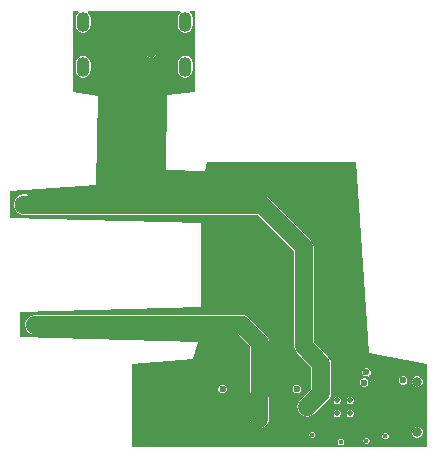
<source format=gbr>
G04*
G04 #@! TF.GenerationSoftware,Altium Limited,Altium Designer,23.10.1 (27)*
G04*
G04 Layer_Physical_Order=2*
G04 Layer_Color=36540*
%FSLAX44Y44*%
%MOMM*%
G71*
G04*
G04 #@! TF.SameCoordinates,EE71AB0A-04B5-4847-A965-A32D4C1E190E*
G04*
G04*
G04 #@! TF.FilePolarity,Positive*
G04*
G01*
G75*
%ADD11C,0.1000*%
%ADD14C,0.2540*%
%ADD27C,1.6000*%
%ADD28C,1.5240*%
G04:AMPARAMS|DCode=38|XSize=1.1mm|YSize=1.7mm|CornerRadius=0.55mm|HoleSize=0mm|Usage=FLASHONLY|Rotation=180.000|XOffset=0mm|YOffset=0mm|HoleType=Round|Shape=RoundedRectangle|*
%AMROUNDEDRECTD38*
21,1,1.1000,0.6000,0,0,180.0*
21,1,0.0000,1.7000,0,0,180.0*
1,1,1.1000,0.0000,0.3000*
1,1,1.1000,0.0000,0.3000*
1,1,1.1000,0.0000,-0.3000*
1,1,1.1000,0.0000,-0.3000*
%
%ADD38ROUNDEDRECTD38*%
%ADD48C,0.8000*%
%ADD49C,0.6000*%
%ADD50C,0.4000*%
%ADD51C,0.5000*%
%ADD52C,1.5000*%
%ADD53C,1.0000*%
G36*
X2130700Y300400D02*
X2107567Y298191D01*
X2106243Y234738D01*
X2139171Y233684D01*
X2141055Y241373D01*
X2267565D01*
X2278683Y79420D01*
X2327831Y70064D01*
Y63D01*
X2077647D01*
Y70064D01*
X2129200Y74337D01*
X2133288Y89112D01*
X1982541Y93155D01*
Y114616D01*
X2136579Y119092D01*
X2136579Y189654D01*
X1974836Y194129D01*
Y216750D01*
X2047425Y221925D01*
X2049241Y297010D01*
X2027400Y300400D01*
Y369300D01*
X2032274D01*
X2032659Y368030D01*
X2032066Y367634D01*
X2030707Y365600D01*
X2030229Y363200D01*
Y357200D01*
X2030707Y354800D01*
X2032066Y352766D01*
X2034100Y351407D01*
X2036500Y350929D01*
X2038900Y351407D01*
X2040934Y352766D01*
X2042293Y354800D01*
X2042771Y357200D01*
Y363200D01*
X2042293Y365600D01*
X2040934Y367634D01*
X2040341Y368030D01*
X2040726Y369300D01*
X2118674D01*
X2119059Y368030D01*
X2118466Y367634D01*
X2117107Y365600D01*
X2116629Y363200D01*
Y357200D01*
X2117107Y354800D01*
X2118466Y352766D01*
X2120500Y351407D01*
X2122900Y350929D01*
X2125300Y351407D01*
X2127334Y352766D01*
X2128693Y354800D01*
X2129171Y357200D01*
Y363200D01*
X2128693Y365600D01*
X2127334Y367634D01*
X2126741Y368030D01*
X2127126Y369300D01*
X2130700D01*
Y300400D01*
D02*
G37*
%LPC*%
G36*
X2095270Y337304D02*
Y334770D01*
X2097803D01*
X2097391Y335766D01*
X2096266Y336891D01*
X2095270Y337304D01*
D02*
G37*
G36*
X2092730D02*
X2091734Y336891D01*
X2090609Y335766D01*
X2090197Y334770D01*
X2092730D01*
Y337304D01*
D02*
G37*
G36*
X2097803Y332230D02*
X2095270D01*
Y329697D01*
X2096266Y330109D01*
X2097391Y331234D01*
X2097803Y332230D01*
D02*
G37*
G36*
X2092730D02*
X2090197D01*
X2090609Y331234D01*
X2091734Y330109D01*
X2092730Y329697D01*
Y332230D01*
D02*
G37*
G36*
X2122900Y331470D02*
X2120500Y330993D01*
X2118466Y329634D01*
X2117107Y327600D01*
X2116629Y325200D01*
Y319200D01*
X2117107Y316800D01*
X2118466Y314766D01*
X2120500Y313407D01*
X2122900Y312929D01*
X2125300Y313407D01*
X2127334Y314766D01*
X2128693Y316800D01*
X2129171Y319200D01*
Y325200D01*
X2128693Y327600D01*
X2127334Y329634D01*
X2125300Y330993D01*
X2122900Y331470D01*
D02*
G37*
G36*
X2036500D02*
X2034100Y330993D01*
X2032066Y329634D01*
X2030707Y327600D01*
X2030229Y325200D01*
Y319200D01*
X2030707Y316800D01*
X2032066Y314766D01*
X2034100Y313407D01*
X2036500Y312929D01*
X2038900Y313407D01*
X2040934Y314766D01*
X2042293Y316800D01*
X2042771Y319200D01*
Y325200D01*
X2042293Y327600D01*
X2040934Y329634D01*
X2038900Y330993D01*
X2036500Y331470D01*
D02*
G37*
G36*
X2282640Y60970D02*
Y59519D01*
X2284091D01*
X2283913Y59948D01*
X2283069Y60792D01*
X2282640Y60970D01*
D02*
G37*
G36*
X2277026Y67150D02*
X2275574D01*
X2274232Y66594D01*
X2273206Y65568D01*
X2272650Y64226D01*
Y62774D01*
X2273206Y61432D01*
X2274232Y60406D01*
X2275574Y59850D01*
X2277026D01*
X2277491Y60043D01*
X2278016Y59519D01*
X2280100D01*
Y61784D01*
X2279704Y62180D01*
X2279950Y62774D01*
Y64226D01*
X2279394Y65568D01*
X2278368Y66594D01*
X2277026Y67150D01*
D02*
G37*
G36*
X2284091Y56979D02*
X2282640D01*
Y55527D01*
X2283069Y55705D01*
X2283913Y56549D01*
X2284091Y56979D01*
D02*
G37*
G36*
X2280100D02*
X2278649D01*
X2278827Y56549D01*
X2279671Y55705D01*
X2280100Y55527D01*
Y56979D01*
D02*
G37*
G36*
X2308026Y60150D02*
X2306574D01*
X2305232Y59594D01*
X2304206Y58568D01*
X2303650Y57226D01*
Y55774D01*
X2304206Y54433D01*
X2305232Y53406D01*
X2306574Y52850D01*
X2308026D01*
X2309368Y53406D01*
X2310394Y54433D01*
X2310950Y55774D01*
Y57226D01*
X2310394Y58568D01*
X2309368Y59594D01*
X2308026Y60150D01*
D02*
G37*
G36*
X2320225D02*
X2318375D01*
X2316666Y59442D01*
X2315358Y58134D01*
X2314650Y56425D01*
Y54575D01*
X2315358Y52866D01*
X2316666Y51558D01*
X2318375Y50850D01*
X2320225D01*
X2321934Y51558D01*
X2323242Y52866D01*
X2323950Y54575D01*
Y56425D01*
X2323242Y58134D01*
X2321934Y59442D01*
X2320225Y60150D01*
D02*
G37*
G36*
X2275026Y58150D02*
X2273574D01*
X2272232Y57594D01*
X2271206Y56568D01*
X2270650Y55226D01*
Y53774D01*
X2271206Y52432D01*
X2272232Y51406D01*
X2273574Y50850D01*
X2275026D01*
X2276368Y51406D01*
X2277394Y52432D01*
X2277950Y53774D01*
Y55226D01*
X2277394Y56568D01*
X2276368Y57594D01*
X2275026Y58150D01*
D02*
G37*
G36*
X2218136Y52870D02*
X2216684D01*
X2215342Y52314D01*
X2214316Y51288D01*
X2213760Y49946D01*
Y48494D01*
X2214316Y47153D01*
X2215342Y46126D01*
X2216684Y45570D01*
X2218136D01*
X2219478Y46126D01*
X2220504Y47153D01*
X2221060Y48494D01*
Y49946D01*
X2220504Y51288D01*
X2219478Y52314D01*
X2218136Y52870D01*
D02*
G37*
G36*
X2155136D02*
X2153684D01*
X2152342Y52314D01*
X2151316Y51288D01*
X2150760Y49946D01*
Y48494D01*
X2151316Y47153D01*
X2152342Y46126D01*
X2153684Y45570D01*
X2155136D01*
X2156478Y46126D01*
X2157504Y47153D01*
X2158060Y48494D01*
Y49946D01*
X2157504Y51288D01*
X2156478Y52314D01*
X2155136Y52870D01*
D02*
G37*
G36*
X2263157Y42680D02*
X2261903D01*
X2260746Y42200D01*
X2259859Y41314D01*
X2259380Y40157D01*
Y38903D01*
X2259859Y37746D01*
X2260746Y36860D01*
X2261903Y36380D01*
X2263157D01*
X2264314Y36860D01*
X2265200Y37746D01*
X2265680Y38903D01*
Y40157D01*
X2265200Y41314D01*
X2264314Y42200D01*
X2263157Y42680D01*
D02*
G37*
G36*
X2252157D02*
X2250903D01*
X2249746Y42200D01*
X2248860Y41314D01*
X2248380Y40157D01*
Y38903D01*
X2248860Y37746D01*
X2249746Y36860D01*
X2250903Y36380D01*
X2252157D01*
X2253314Y36860D01*
X2254200Y37746D01*
X2254680Y38903D01*
Y40157D01*
X2254200Y41314D01*
X2253314Y42200D01*
X2252157Y42680D01*
D02*
G37*
G36*
X1987639Y214050D02*
X1985361D01*
X1983161Y213461D01*
X1981189Y212322D01*
X1979578Y210711D01*
X1978439Y208739D01*
X1977850Y206539D01*
Y204261D01*
X1978439Y202061D01*
X1979578Y200089D01*
X1981189Y198478D01*
X1983161Y197339D01*
X1985361Y196750D01*
X1985806D01*
X1987100Y196580D01*
X2184295D01*
X2215180Y165695D01*
Y85300D01*
X2215180Y85300D01*
X2215460Y83172D01*
X2216281Y81190D01*
X2217587Y79487D01*
X2229680Y67395D01*
Y49263D01*
X2220287Y39871D01*
X2218981Y38168D01*
X2218160Y36185D01*
X2217880Y34058D01*
X2218160Y31930D01*
X2218981Y29948D01*
X2220287Y28245D01*
X2221990Y26939D01*
X2223972Y26118D01*
X2226100Y25838D01*
X2228228Y26118D01*
X2230210Y26939D01*
X2231913Y28245D01*
X2243713Y40045D01*
X2243713Y40045D01*
X2245019Y41748D01*
X2245840Y43730D01*
X2246120Y45858D01*
X2246120Y45858D01*
Y70800D01*
X2245840Y72928D01*
X2245019Y74910D01*
X2243713Y76613D01*
X2243713Y76613D01*
X2231620Y88705D01*
Y169100D01*
X2231620Y169100D01*
X2231340Y171228D01*
X2230519Y173210D01*
X2229213Y174913D01*
X2229213Y174913D01*
X2193513Y210613D01*
X2191810Y211919D01*
X2189828Y212740D01*
X2187700Y213020D01*
X2187700Y213020D01*
X1990601D01*
X1989839Y213461D01*
X1987639Y214050D01*
D02*
G37*
G36*
X2263157Y31680D02*
X2261903D01*
X2260746Y31200D01*
X2259859Y30314D01*
X2259380Y29157D01*
Y27903D01*
X2259859Y26746D01*
X2260746Y25859D01*
X2261903Y25380D01*
X2263157D01*
X2264314Y25859D01*
X2265200Y26746D01*
X2265680Y27903D01*
Y29157D01*
X2265200Y30314D01*
X2264314Y31200D01*
X2263157Y31680D01*
D02*
G37*
G36*
X2252157D02*
X2250903D01*
X2249746Y31200D01*
X2248860Y30314D01*
X2248380Y29157D01*
Y27903D01*
X2248860Y26746D01*
X2249746Y25859D01*
X2250903Y25380D01*
X2252157D01*
X2253314Y25859D01*
X2254200Y26746D01*
X2254680Y27903D01*
Y29157D01*
X2254200Y30314D01*
X2253314Y31200D01*
X2252157Y31680D01*
D02*
G37*
G36*
X1996689Y111970D02*
X1994511D01*
X1992408Y111406D01*
X1990522Y110318D01*
X1988982Y108778D01*
X1987894Y106892D01*
X1987330Y104789D01*
Y102611D01*
X1987894Y100508D01*
X1988982Y98622D01*
X1990522Y97082D01*
X1992408Y95994D01*
X1994511Y95430D01*
X1996689D01*
X1996874Y95480D01*
X2009500D01*
X2009550Y95486D01*
X2009600Y95480D01*
X2167395D01*
X2177680Y85195D01*
Y70064D01*
Y45679D01*
X2177480Y44160D01*
X2177480Y44160D01*
Y24200D01*
X2177760Y22072D01*
X2178581Y20090D01*
X2179887Y18387D01*
X2181590Y17081D01*
X2183572Y16260D01*
X2185700Y15980D01*
X2187828Y16260D01*
X2189810Y17081D01*
X2191513Y18387D01*
X2192819Y20090D01*
X2193640Y22072D01*
X2193920Y24200D01*
Y42681D01*
X2194120Y44200D01*
Y70064D01*
Y88600D01*
X2194120Y88600D01*
X2193840Y90728D01*
X2193019Y92710D01*
X2191713Y94413D01*
X2191713Y94413D01*
X2176613Y109513D01*
X2174910Y110819D01*
X2172928Y111640D01*
X2170800Y111920D01*
X2170800Y111920D01*
X2009600D01*
X2009550Y111914D01*
X2009500Y111920D01*
X1996874D01*
X1996689Y111970D01*
D02*
G37*
G36*
X2230927Y13250D02*
X2229873D01*
X2228899Y12847D01*
X2228153Y12101D01*
X2227750Y11127D01*
Y10073D01*
X2228153Y9099D01*
X2228899Y8353D01*
X2229873Y7950D01*
X2230927D01*
X2231901Y8353D01*
X2232647Y9099D01*
X2233050Y10073D01*
Y11127D01*
X2232647Y12101D01*
X2231901Y12847D01*
X2230927Y13250D01*
D02*
G37*
G36*
X2320225Y17150D02*
X2318375D01*
X2316666Y16442D01*
X2315358Y15134D01*
X2314650Y13425D01*
Y11575D01*
X2315358Y9866D01*
X2316666Y8558D01*
X2318375Y7850D01*
X2320225D01*
X2321934Y8558D01*
X2323242Y9866D01*
X2323950Y11575D01*
Y13425D01*
X2323242Y15134D01*
X2321934Y16442D01*
X2320225Y17150D01*
D02*
G37*
G36*
X2292827Y12150D02*
X2291773D01*
X2290799Y11747D01*
X2290053Y11001D01*
X2289650Y10027D01*
Y8973D01*
X2290053Y7999D01*
X2290799Y7253D01*
X2291773Y6850D01*
X2292827D01*
X2293801Y7253D01*
X2294547Y7999D01*
X2294950Y8973D01*
Y10027D01*
X2294547Y11001D01*
X2293801Y11747D01*
X2292827Y12150D01*
D02*
G37*
G36*
X2276827Y8150D02*
X2275773D01*
X2274799Y7747D01*
X2274053Y7001D01*
X2273650Y6027D01*
Y4973D01*
X2274053Y3999D01*
X2274799Y3253D01*
X2275773Y2850D01*
X2276827D01*
X2277801Y3253D01*
X2278547Y3999D01*
X2278950Y4973D01*
Y6027D01*
X2278547Y7001D01*
X2277801Y7747D01*
X2276827Y8150D01*
D02*
G37*
G36*
X2255327Y7150D02*
X2254273D01*
X2253299Y6747D01*
X2252553Y6001D01*
X2252150Y5027D01*
Y3973D01*
X2252553Y2999D01*
X2253299Y2253D01*
X2254273Y1850D01*
X2255327D01*
X2256301Y2253D01*
X2257047Y2999D01*
X2257450Y3973D01*
Y5027D01*
X2257047Y6001D01*
X2256301Y6747D01*
X2255327Y7150D01*
D02*
G37*
%LPD*%
D11*
X1986500Y205400D02*
X1987100Y204800D01*
D14*
X2009500Y103700D02*
X2009600D01*
D27*
X1986500Y205400D02*
D03*
D28*
X1995600Y103700D02*
D03*
D38*
X2036500Y322200D02*
D03*
Y360200D02*
D03*
X2122900Y322200D02*
D03*
Y360200D02*
D03*
D48*
X1986500Y205400D02*
D03*
X1995600Y103700D02*
D03*
X2185800Y44260D02*
D03*
X2185700Y24200D02*
D03*
X2094000Y333500D02*
D03*
X2319300Y55500D02*
D03*
Y12500D02*
D03*
D49*
X2281370Y58249D02*
D03*
X2217410Y49220D02*
D03*
X2154410D02*
D03*
X2226100Y33300D02*
D03*
X2276300Y63500D02*
D03*
X2307300Y56500D02*
D03*
X2274300Y54500D02*
D03*
D50*
X2230400Y10600D02*
D03*
X2292300Y9500D02*
D03*
X2276300Y5500D02*
D03*
X2254800Y4500D02*
D03*
D51*
X2251530Y28530D02*
D03*
Y39530D02*
D03*
X2262530Y28530D02*
D03*
Y39530D02*
D03*
D52*
X1995600Y103700D02*
X2009500D01*
X2009600D02*
X2170800D01*
X2185900Y88600D01*
X2185700Y24200D02*
Y44160D01*
X2185800Y44260D01*
X2185900Y70064D02*
Y88600D01*
Y44200D02*
Y70064D01*
X2226100Y34058D02*
X2237900Y45858D01*
Y70800D01*
X2223400Y85300D02*
X2237900Y70800D01*
X2223400Y85300D02*
Y169100D01*
X2187700Y204800D02*
X2223400Y169100D01*
X1987100Y204800D02*
X2187700D01*
D53*
X2226100Y33300D02*
Y34058D01*
M02*

</source>
